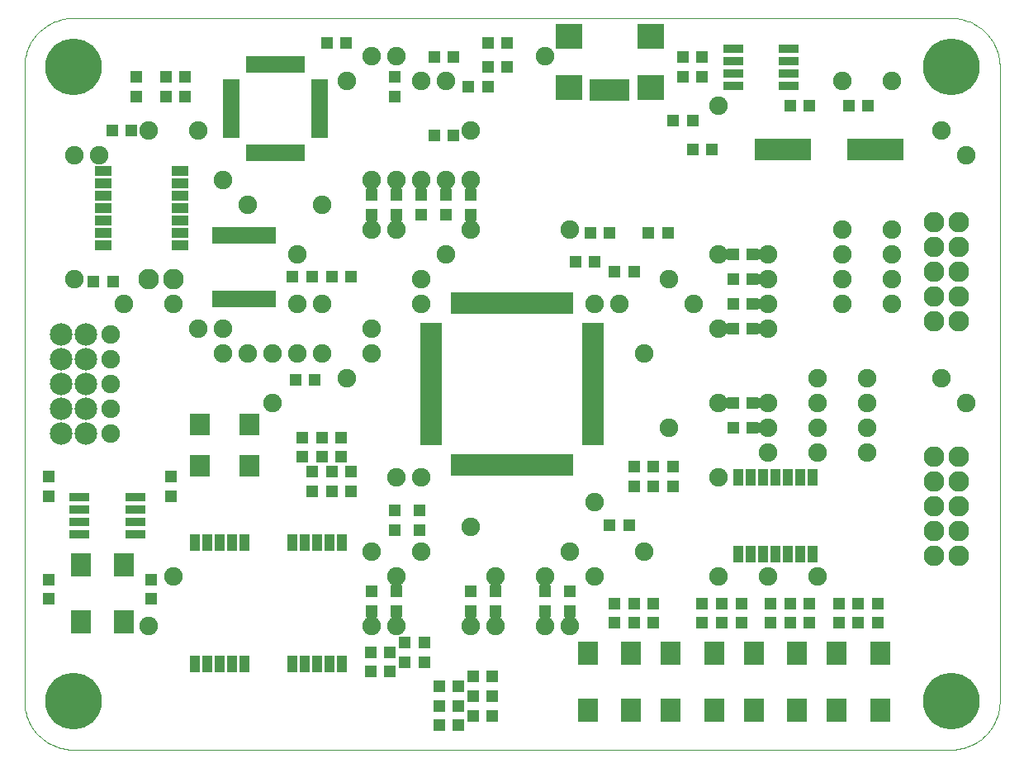
<source format=gts>
G75*
%MOIN*%
%OFA0B0*%
%FSLAX24Y24*%
%IPPOS*%
%LPD*%
%AMOC8*
5,1,8,0,0,1.08239X$1,22.5*
%
%ADD10C,0.0000*%
%ADD11R,0.0218X0.0907*%
%ADD12R,0.0907X0.0218*%
%ADD13C,0.0907*%
%ADD14C,0.0750*%
%ADD15R,0.0514X0.0514*%
%ADD16R,0.0394X0.0394*%
%ADD17R,0.0394X0.0197*%
%ADD18R,0.0197X0.0394*%
%ADD19R,0.0711X0.0218*%
%ADD20R,0.0218X0.0711*%
%ADD21R,0.0317X0.0907*%
%ADD22R,0.1104X0.0986*%
%ADD23R,0.0258X0.0711*%
%ADD24C,0.2285*%
%ADD25R,0.0396X0.0711*%
%ADD26R,0.0839X0.0966*%
%ADD27C,0.0829*%
%ADD28R,0.0711X0.0419*%
%ADD29R,0.0829X0.0356*%
%ADD30R,0.2285X0.0907*%
%ADD31R,0.0829X0.0907*%
%ADD32R,0.0419X0.0711*%
D10*
X006006Y004037D02*
X006006Y029628D01*
X006005Y029628D02*
X006007Y029714D01*
X006012Y029800D01*
X006022Y029885D01*
X006035Y029970D01*
X006052Y030054D01*
X006072Y030138D01*
X006096Y030220D01*
X006124Y030301D01*
X006155Y030382D01*
X006189Y030460D01*
X006227Y030537D01*
X006269Y030613D01*
X006313Y030686D01*
X006361Y030757D01*
X006412Y030827D01*
X006466Y030894D01*
X006522Y030958D01*
X006582Y031020D01*
X006644Y031080D01*
X006708Y031136D01*
X006775Y031190D01*
X006845Y031241D01*
X006916Y031289D01*
X006990Y031333D01*
X007065Y031375D01*
X007142Y031413D01*
X007220Y031447D01*
X007301Y031478D01*
X007382Y031506D01*
X007464Y031530D01*
X007548Y031550D01*
X007632Y031567D01*
X007717Y031580D01*
X007802Y031590D01*
X007888Y031595D01*
X007974Y031597D01*
X007974Y031596D02*
X043407Y031596D01*
X043407Y031597D02*
X043493Y031595D01*
X043579Y031590D01*
X043664Y031580D01*
X043749Y031567D01*
X043833Y031550D01*
X043917Y031530D01*
X043999Y031506D01*
X044080Y031478D01*
X044161Y031447D01*
X044239Y031413D01*
X044316Y031375D01*
X044392Y031333D01*
X044465Y031289D01*
X044536Y031241D01*
X044606Y031190D01*
X044673Y031136D01*
X044737Y031080D01*
X044799Y031020D01*
X044859Y030958D01*
X044915Y030894D01*
X044969Y030827D01*
X045020Y030757D01*
X045068Y030686D01*
X045112Y030613D01*
X045154Y030537D01*
X045192Y030460D01*
X045226Y030382D01*
X045257Y030301D01*
X045285Y030220D01*
X045309Y030138D01*
X045329Y030054D01*
X045346Y029970D01*
X045359Y029885D01*
X045369Y029800D01*
X045374Y029714D01*
X045376Y029628D01*
X045376Y004037D01*
X045374Y003951D01*
X045369Y003865D01*
X045359Y003780D01*
X045346Y003695D01*
X045329Y003611D01*
X045309Y003527D01*
X045285Y003445D01*
X045257Y003364D01*
X045226Y003283D01*
X045192Y003205D01*
X045154Y003128D01*
X045112Y003052D01*
X045068Y002979D01*
X045020Y002908D01*
X044969Y002838D01*
X044915Y002771D01*
X044859Y002707D01*
X044799Y002645D01*
X044737Y002585D01*
X044673Y002529D01*
X044606Y002475D01*
X044536Y002424D01*
X044465Y002376D01*
X044392Y002332D01*
X044316Y002290D01*
X044239Y002252D01*
X044161Y002218D01*
X044080Y002187D01*
X043999Y002159D01*
X043917Y002135D01*
X043833Y002115D01*
X043749Y002098D01*
X043664Y002085D01*
X043579Y002075D01*
X043493Y002070D01*
X043407Y002068D01*
X043407Y002069D02*
X007974Y002069D01*
X007974Y002068D02*
X007888Y002070D01*
X007802Y002075D01*
X007717Y002085D01*
X007632Y002098D01*
X007548Y002115D01*
X007464Y002135D01*
X007382Y002159D01*
X007301Y002187D01*
X007220Y002218D01*
X007142Y002252D01*
X007065Y002290D01*
X006989Y002332D01*
X006916Y002376D01*
X006845Y002424D01*
X006775Y002475D01*
X006708Y002529D01*
X006644Y002585D01*
X006582Y002645D01*
X006522Y002707D01*
X006466Y002771D01*
X006412Y002838D01*
X006361Y002908D01*
X006313Y002979D01*
X006269Y003053D01*
X006227Y003128D01*
X006189Y003205D01*
X006155Y003283D01*
X006124Y003364D01*
X006096Y003445D01*
X006072Y003527D01*
X006052Y003611D01*
X006035Y003695D01*
X006022Y003780D01*
X006012Y003865D01*
X006007Y003951D01*
X006005Y004037D01*
D11*
X023328Y013565D03*
X023525Y013565D03*
X023722Y013565D03*
X023919Y013565D03*
X024116Y013565D03*
X024313Y013565D03*
X024509Y013565D03*
X024706Y013565D03*
X024903Y013565D03*
X025100Y013565D03*
X025297Y013565D03*
X025494Y013565D03*
X025691Y013565D03*
X025887Y013565D03*
X026084Y013565D03*
X026281Y013565D03*
X026478Y013565D03*
X026675Y013565D03*
X026872Y013565D03*
X027069Y013565D03*
X027265Y013565D03*
X027462Y013565D03*
X027659Y013565D03*
X027856Y013565D03*
X028053Y013565D03*
X028053Y020100D03*
X027856Y020100D03*
X027659Y020100D03*
X027462Y020100D03*
X027265Y020100D03*
X027069Y020100D03*
X026872Y020100D03*
X026675Y020100D03*
X026478Y020100D03*
X026281Y020100D03*
X026084Y020100D03*
X025887Y020100D03*
X025691Y020100D03*
X025494Y020100D03*
X025297Y020100D03*
X025100Y020100D03*
X024903Y020100D03*
X024706Y020100D03*
X024509Y020100D03*
X024313Y020100D03*
X024116Y020100D03*
X023919Y020100D03*
X023722Y020100D03*
X023525Y020100D03*
X023328Y020100D03*
D12*
X022423Y019194D03*
X022423Y018998D03*
X022423Y018801D03*
X022423Y018604D03*
X022423Y018407D03*
X022423Y018210D03*
X022423Y018013D03*
X022423Y017817D03*
X022423Y017620D03*
X022423Y017423D03*
X022423Y017226D03*
X022423Y017029D03*
X022423Y016832D03*
X022423Y016635D03*
X022423Y016439D03*
X022423Y016242D03*
X022423Y016045D03*
X022423Y015848D03*
X022423Y015651D03*
X022423Y015454D03*
X022423Y015257D03*
X022423Y015061D03*
X022423Y014864D03*
X022423Y014667D03*
X022423Y014470D03*
X028958Y014470D03*
X028958Y014667D03*
X028958Y014864D03*
X028958Y015061D03*
X028958Y015257D03*
X028958Y015454D03*
X028958Y015651D03*
X028958Y015848D03*
X028958Y016045D03*
X028958Y016242D03*
X028958Y016439D03*
X028958Y016635D03*
X028958Y016832D03*
X028958Y017029D03*
X028958Y017226D03*
X028958Y017423D03*
X028958Y017620D03*
X028958Y017817D03*
X028958Y018013D03*
X028958Y018210D03*
X028958Y018407D03*
X028958Y018604D03*
X028958Y018801D03*
X028958Y018998D03*
X028958Y019194D03*
D13*
X008474Y018832D03*
X007474Y018832D03*
X007474Y017832D03*
X008474Y017832D03*
X008474Y016832D03*
X008474Y015832D03*
X007474Y015832D03*
X007474Y016832D03*
X007474Y014832D03*
X008474Y014832D03*
D14*
X009474Y014832D03*
X009474Y015832D03*
X009474Y016832D03*
X009474Y017832D03*
X009474Y018832D03*
X010006Y020069D03*
X012006Y020069D03*
X013006Y019069D03*
X014006Y019069D03*
X014006Y018069D03*
X015006Y018069D03*
X016006Y018069D03*
X017006Y018069D03*
X018006Y018069D03*
X019006Y017069D03*
X020006Y018069D03*
X020006Y019069D03*
X022006Y020069D03*
X022006Y021069D03*
X023006Y022069D03*
X024006Y023069D03*
X024006Y025069D03*
X023006Y025069D03*
X022006Y025069D03*
X021006Y025069D03*
X020006Y025069D03*
X020006Y023069D03*
X021006Y023069D03*
X018006Y024069D03*
X017006Y022069D03*
X017006Y020069D03*
X018006Y020069D03*
X016006Y016069D03*
X021006Y013069D03*
X022006Y013069D03*
X024006Y011069D03*
X022006Y010069D03*
X021006Y009069D03*
X020006Y010069D03*
X020006Y007069D03*
X021006Y007069D03*
X024006Y007069D03*
X025006Y007069D03*
X027006Y007069D03*
X028006Y007069D03*
X029006Y009069D03*
X028006Y010069D03*
X027006Y009069D03*
X025006Y009069D03*
X029006Y012069D03*
X031006Y010069D03*
X034006Y009069D03*
X036006Y009069D03*
X038006Y009069D03*
X034006Y013069D03*
X036006Y014069D03*
X036006Y015069D03*
X036006Y016069D03*
X034006Y016069D03*
X032006Y015069D03*
X031006Y018069D03*
X030006Y020069D03*
X029006Y020069D03*
X032006Y021069D03*
X033006Y020069D03*
X034006Y019069D03*
X036006Y019069D03*
X036006Y020069D03*
X036006Y021069D03*
X036006Y022069D03*
X034006Y022069D03*
X039006Y022069D03*
X039006Y021069D03*
X039006Y020069D03*
X041006Y020069D03*
X041006Y021069D03*
X041006Y022069D03*
X041006Y023069D03*
X039006Y023069D03*
X043006Y027069D03*
X044006Y026069D03*
X041006Y029069D03*
X039006Y029069D03*
X034006Y028069D03*
X028006Y023069D03*
X024006Y027069D03*
X023006Y029069D03*
X022006Y029069D03*
X021006Y030069D03*
X020006Y030069D03*
X019006Y029069D03*
X014006Y025069D03*
X015006Y024069D03*
X013006Y027069D03*
X011006Y027069D03*
X009006Y026069D03*
X008006Y026069D03*
X008006Y021069D03*
X012006Y009069D03*
X011006Y007069D03*
X038006Y014069D03*
X038006Y015069D03*
X038006Y016069D03*
X038006Y017069D03*
X040006Y017069D03*
X040006Y016069D03*
X040006Y015069D03*
X040006Y014069D03*
X043006Y017069D03*
X044006Y016069D03*
X027006Y030069D03*
D15*
X025494Y029628D03*
X024706Y029628D03*
X024706Y028840D03*
X023919Y028840D03*
X023328Y030021D03*
X022541Y030021D03*
X020966Y029234D03*
X020966Y028446D03*
X022541Y026872D03*
X023328Y026872D03*
X023006Y024462D03*
X024006Y024462D03*
X024006Y023675D03*
X023006Y023675D03*
X022006Y023675D03*
X021006Y023675D03*
X020006Y023675D03*
X020006Y024462D03*
X021006Y024462D03*
X022006Y024462D03*
X019194Y021163D03*
X018407Y021163D03*
X017620Y021163D03*
X016832Y021163D03*
X016946Y016990D03*
X017734Y016990D03*
X018013Y014667D03*
X017226Y014667D03*
X017226Y013880D03*
X017620Y013289D03*
X018013Y013880D03*
X018407Y013289D03*
X018801Y013880D03*
X019194Y013289D03*
X019194Y012502D03*
X018407Y012502D03*
X017620Y012502D03*
X018801Y014667D03*
X020966Y011714D03*
X020966Y010927D03*
X021950Y010927D03*
X021950Y011714D03*
X021006Y008462D03*
X021006Y007675D03*
X020006Y007675D03*
X020006Y008462D03*
X021360Y006399D03*
X022147Y006399D03*
X022147Y005612D03*
X021360Y005612D03*
X020769Y006006D03*
X019982Y006006D03*
X019982Y005218D03*
X020769Y005218D03*
X022738Y004628D03*
X023525Y004628D03*
X024116Y005021D03*
X024116Y004234D03*
X023525Y003840D03*
X024116Y003446D03*
X023525Y003053D03*
X022738Y003053D03*
X022738Y003840D03*
X024903Y003446D03*
X024903Y004234D03*
X024903Y005021D03*
X025006Y007675D03*
X025006Y008462D03*
X024006Y008462D03*
X024006Y007675D03*
X027006Y007675D03*
X027006Y008462D03*
X028006Y008462D03*
X028006Y007675D03*
X029824Y007974D03*
X029824Y007187D03*
X030612Y007187D03*
X030612Y007974D03*
X031399Y007974D03*
X031399Y007187D03*
X033368Y007187D03*
X034155Y007187D03*
X034155Y007974D03*
X033368Y007974D03*
X034943Y007974D03*
X034943Y007187D03*
X036124Y007187D03*
X036911Y007187D03*
X036911Y007974D03*
X036124Y007974D03*
X037698Y007974D03*
X037698Y007187D03*
X038880Y007187D03*
X039667Y007187D03*
X039667Y007974D03*
X040454Y007974D03*
X040454Y007187D03*
X038880Y007974D03*
X032187Y012698D03*
X031399Y012698D03*
X030612Y012698D03*
X030612Y013486D03*
X031399Y013486D03*
X032187Y013486D03*
X034612Y015069D03*
X035399Y015069D03*
X035399Y016069D03*
X034612Y016069D03*
X034612Y019069D03*
X035399Y019069D03*
X035399Y020069D03*
X034612Y020069D03*
X034612Y021069D03*
X035399Y021069D03*
X035399Y022069D03*
X034612Y022069D03*
X031990Y022935D03*
X031202Y022935D03*
X029628Y022935D03*
X028840Y022935D03*
X029037Y021754D03*
X029824Y021360D03*
X030612Y021360D03*
X028250Y021754D03*
X032974Y026281D03*
X033761Y026281D03*
X032974Y027462D03*
X032187Y027462D03*
X032580Y029234D03*
X032580Y030021D03*
X033368Y030021D03*
X033368Y029234D03*
X036911Y028053D03*
X037698Y028053D03*
X039273Y028053D03*
X040061Y028053D03*
X025494Y030612D03*
X024706Y030612D03*
X018998Y030612D03*
X018210Y030612D03*
X012502Y029234D03*
X012502Y028446D03*
X011714Y028446D03*
X011714Y029234D03*
X010533Y029234D03*
X010533Y028446D03*
X010336Y027069D03*
X009549Y027069D03*
X009588Y020966D03*
X008801Y020966D03*
X006990Y013092D03*
X006990Y012305D03*
X006990Y008943D03*
X006990Y008155D03*
X011124Y008155D03*
X011124Y008943D03*
X011911Y012305D03*
X011911Y013092D03*
X029628Y011124D03*
X030415Y011124D03*
D16*
X028006Y007462D03*
X024006Y007462D03*
X020006Y007462D03*
X035612Y015069D03*
X035612Y020069D03*
X035612Y021069D03*
X023006Y024675D03*
X022006Y024675D03*
D17*
X021006Y024773D03*
X020006Y024773D03*
X020006Y023395D03*
X021006Y023395D03*
X024006Y023395D03*
X024006Y024773D03*
X025006Y008742D03*
X025006Y007364D03*
X027006Y007364D03*
X027006Y008742D03*
X021006Y008742D03*
X021006Y007364D03*
D18*
X034332Y016069D03*
X035710Y016069D03*
X035710Y019069D03*
X034332Y019069D03*
X034332Y022069D03*
X035710Y022069D03*
D19*
X017935Y026872D03*
X017935Y027069D03*
X017935Y027265D03*
X017935Y027462D03*
X017935Y027659D03*
X017935Y027856D03*
X017935Y028053D03*
X017935Y028250D03*
X017935Y028446D03*
X017935Y028643D03*
X017935Y028840D03*
X017935Y029037D03*
X014352Y029037D03*
X014352Y028840D03*
X014352Y028643D03*
X014352Y028446D03*
X014352Y028250D03*
X014352Y028053D03*
X014352Y027856D03*
X014352Y027659D03*
X014352Y027462D03*
X014352Y027265D03*
X014352Y027069D03*
X014352Y026872D03*
D20*
X015061Y026163D03*
X015257Y026163D03*
X015454Y026163D03*
X015651Y026163D03*
X015848Y026163D03*
X016045Y026163D03*
X016242Y026163D03*
X016439Y026163D03*
X016635Y026163D03*
X016832Y026163D03*
X017029Y026163D03*
X017226Y026163D03*
X017226Y029746D03*
X017029Y029746D03*
X016832Y029746D03*
X016635Y029746D03*
X016439Y029746D03*
X016242Y029746D03*
X016045Y029746D03*
X015848Y029746D03*
X015651Y029746D03*
X015454Y029746D03*
X015257Y029746D03*
X015061Y029746D03*
D21*
X028998Y028683D03*
X029313Y028683D03*
X029628Y028683D03*
X029943Y028683D03*
X030257Y028683D03*
D22*
X031281Y028781D03*
X031281Y030868D03*
X027974Y030868D03*
X027974Y028781D03*
D23*
X016015Y022836D03*
X015759Y022836D03*
X015504Y022836D03*
X015248Y022836D03*
X014992Y022836D03*
X014736Y022836D03*
X014480Y022836D03*
X014224Y022836D03*
X013968Y022836D03*
X013712Y022836D03*
X013712Y020277D03*
X013968Y020277D03*
X014224Y020277D03*
X014480Y020277D03*
X014736Y020277D03*
X014992Y020277D03*
X015248Y020277D03*
X015504Y020277D03*
X015759Y020277D03*
X016015Y020277D03*
D24*
X007974Y029628D03*
X007974Y004037D03*
X043407Y004037D03*
X043407Y029628D03*
D25*
X018817Y010435D03*
X018317Y010435D03*
X017817Y010435D03*
X017317Y010435D03*
X016817Y010435D03*
X014880Y010435D03*
X014380Y010435D03*
X013880Y010435D03*
X013380Y010435D03*
X012880Y010435D03*
X012880Y005513D03*
X013380Y005513D03*
X013880Y005513D03*
X014380Y005513D03*
X014880Y005513D03*
X016817Y005513D03*
X017317Y005513D03*
X017817Y005513D03*
X018317Y005513D03*
X018817Y005513D03*
D26*
X010026Y007216D03*
X008284Y007216D03*
X008284Y009519D03*
X010026Y009519D03*
X028756Y005976D03*
X030499Y005976D03*
X032103Y005976D03*
X033845Y005976D03*
X035449Y005976D03*
X037192Y005976D03*
X038796Y005976D03*
X040538Y005976D03*
X040538Y003673D03*
X038796Y003673D03*
X037192Y003673D03*
X035449Y003673D03*
X033845Y003673D03*
X032103Y003673D03*
X030499Y003673D03*
X028756Y003673D03*
D27*
X042710Y009911D03*
X043710Y009911D03*
X043710Y010911D03*
X042710Y010911D03*
X042710Y011911D03*
X043710Y011911D03*
X043710Y012911D03*
X042710Y012911D03*
X042710Y013911D03*
X043710Y013911D03*
X043710Y019360D03*
X042710Y019360D03*
X042710Y020360D03*
X042710Y021360D03*
X043710Y021360D03*
X043710Y020360D03*
X043710Y022360D03*
X042710Y022360D03*
X042710Y023360D03*
X043710Y023360D03*
X012006Y021069D03*
X011006Y021069D03*
D28*
X012285Y022419D03*
X012285Y022919D03*
X012285Y023419D03*
X012285Y023919D03*
X012285Y024419D03*
X012285Y024919D03*
X012285Y025419D03*
X009175Y025419D03*
X009175Y024919D03*
X009175Y024419D03*
X009175Y023919D03*
X009175Y023419D03*
X009175Y022919D03*
X009175Y022419D03*
D29*
X008230Y012267D03*
X008230Y011767D03*
X008230Y011267D03*
X008230Y010767D03*
X010474Y010767D03*
X010474Y011267D03*
X010474Y011767D03*
X010474Y012267D03*
X034608Y028878D03*
X034608Y029378D03*
X034608Y029878D03*
X034608Y030378D03*
X036852Y030378D03*
X036852Y029878D03*
X036852Y029378D03*
X036852Y028878D03*
D30*
X036616Y026281D03*
X040356Y026281D03*
D31*
X015076Y015191D03*
X015076Y013537D03*
X013076Y013537D03*
X013076Y015191D03*
D32*
X034820Y013072D03*
X035320Y013072D03*
X035820Y013072D03*
X036320Y013072D03*
X036820Y013072D03*
X037320Y013072D03*
X037820Y013072D03*
X037820Y009962D03*
X037320Y009962D03*
X036820Y009962D03*
X036320Y009962D03*
X035820Y009962D03*
X035320Y009962D03*
X034820Y009962D03*
M02*

</source>
